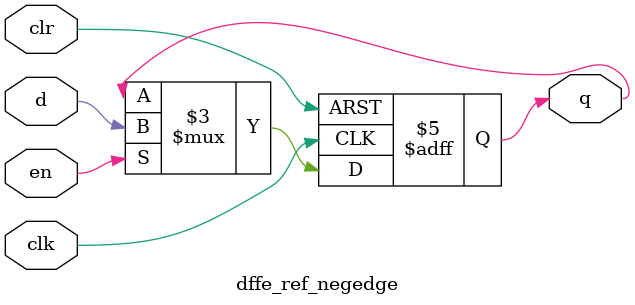
<source format=v>
module dffe_ref_negedge (q, d, clk, en, clr);
   
   //Inputs
   input d, clk, en, clr;
   
   //Internal wire
   wire clr;

   //Output
   output q;
   
   //Register
   reg q;

   //Intialize q to 0
   initial
   begin
       q = 1'b0;
   end

   //Set value of q on positive edge of the clock or clear
   always @(negedge clk or posedge clr) begin
       //If clear is high, set q to 0
       if (clr) begin
           q <= 1'b0;
       //If enable is high, set q to the value of d
       end else if (en) begin
           q <= d;
       end
   end
endmodule
</source>
